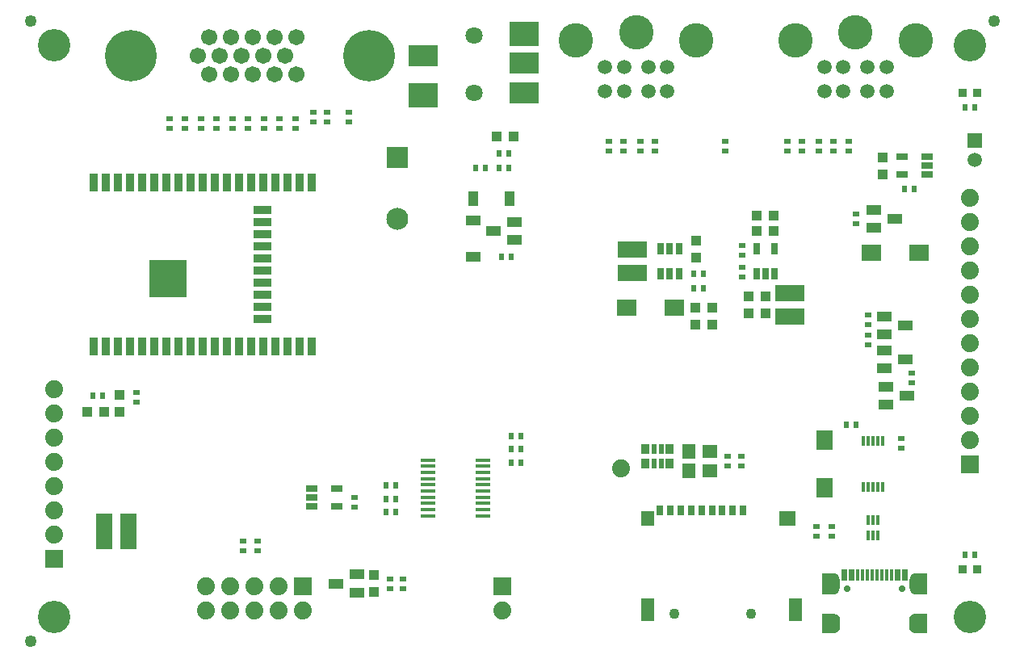
<source format=gbr>
G04 #@! TF.GenerationSoftware,KiCad,Pcbnew,5.1.0-rc2-unknown-036be7d~80~ubuntu16.04.1*
G04 #@! TF.CreationDate,2023-05-31T16:01:49+03:00*
G04 #@! TF.ProjectId,ESP32-SBC-FabGL_Rev_B,45535033-322d-4534-9243-2d466162474c,B*
G04 #@! TF.SameCoordinates,Original*
G04 #@! TF.FileFunction,Soldermask,Top*
G04 #@! TF.FilePolarity,Negative*
%FSLAX46Y46*%
G04 Gerber Fmt 4.6, Leading zero omitted, Abs format (unit mm)*
G04 Created by KiCad (PCBNEW 5.1.0-rc2-unknown-036be7d~80~ubuntu16.04.1) date 2023-05-31 16:01:49*
%MOMM*%
%LPD*%
G04 APERTURE LIST*
%ADD10C,1.801600*%
%ADD11R,3.101599X2.201600*%
%ADD12R,3.101599X2.601600*%
%ADD13C,1.501600*%
%ADD14R,1.501600X1.501600*%
%ADD15R,2.301600X2.301600*%
%ADD16C,2.301600*%
%ADD17R,1.117600X1.117600*%
%ADD18R,0.601600X0.651600*%
%ADD19C,1.879600*%
%ADD20R,0.901600X0.901600*%
%ADD21R,1.801600X2.101600*%
%ADD22R,2.101600X1.801600*%
%ADD23R,1.501600X1.101600*%
%ADD24C,1.254000*%
%ADD25R,3.101600X1.701600*%
%ADD26R,1.371600X1.625600*%
%ADD27C,3.401601*%
%ADD28R,0.700000X1.100000*%
%ADD29R,1.400000X1.600000*%
%ADD30R,1.800000X1.600000*%
%ADD31R,1.400000X2.400000*%
%ADD32C,1.101600*%
%ADD33C,3.601600*%
%ADD34C,1.511600*%
%ADD35R,0.651600X0.601600*%
%ADD36R,0.609600X1.117600*%
%ADD37R,0.863600X1.117600*%
%ADD38R,1.625600X1.371600*%
%ADD39R,1.101600X1.501600*%
%ADD40R,1.501600X0.451600*%
%ADD41R,1.301600X0.651600*%
%ADD42R,0.351600X1.101600*%
%ADD43R,0.651600X1.301600*%
%ADD44C,1.601600*%
%ADD45R,4.001600X4.001600*%
%ADD46R,0.901600X1.901600*%
%ADD47R,1.901600X0.901600*%
%ADD48R,1.879600X1.879600*%
%ADD49C,1.701600*%
%ADD50C,5.401600*%
%ADD51R,1.752600X3.784600*%
%ADD52R,0.401600X1.251600*%
%ADD53O,1.301600X2.301600*%
%ADD54C,0.701600*%
%ADD55O,1.401600X2.101600*%
%ADD56R,0.351600X1.251600*%
%ADD57R,1.201600X2.301600*%
%ADD58R,1.201600X2.101600*%
G04 APERTURE END LIST*
D10*
X148000000Y-57000000D03*
X148000000Y-51000000D03*
D11*
X153300000Y-53900000D03*
X142700000Y-53100000D03*
X153300000Y-57000000D03*
D12*
X142700000Y-57300000D03*
X153300000Y-50800000D03*
D13*
X200538220Y-64000760D03*
D14*
X200535680Y-61971300D03*
D15*
X140000000Y-63750000D03*
D16*
X140000000Y-70250000D03*
D17*
X177673000Y-71501000D03*
X179451000Y-71501000D03*
X171323000Y-74295000D03*
X171323000Y-72517000D03*
X178562000Y-78359000D03*
X178562000Y-80137000D03*
X176784000Y-78359000D03*
X176784000Y-80137000D03*
D18*
X109093000Y-88773000D03*
X108077000Y-88773000D03*
D17*
X110871000Y-90424000D03*
X110871000Y-88646000D03*
D19*
X163449000Y-96393000D03*
D20*
X200762000Y-57000000D03*
X199238000Y-57000000D03*
D21*
X184785000Y-93385000D03*
X184785000Y-98385000D03*
D22*
X189651000Y-73787000D03*
X194651000Y-73787000D03*
D23*
X189900560Y-69281040D03*
X189900560Y-71183500D03*
X192110360Y-70228460D03*
X135727441Y-109407960D03*
X135727441Y-107505500D03*
X133517641Y-108460540D03*
D24*
X101500000Y-114500000D03*
X101500000Y-49500000D03*
X202500000Y-49500000D03*
D25*
X164592000Y-73476000D03*
X164592000Y-75876000D03*
X181102000Y-80448000D03*
X181102000Y-78048000D03*
D26*
X170561000Y-94615000D03*
X170561000Y-96647000D03*
D27*
X104000000Y-112000000D03*
X200000000Y-112000000D03*
X200000000Y-52000000D03*
X104000000Y-52000000D03*
D28*
X167450000Y-100750000D03*
X168550000Y-100750000D03*
X169650000Y-100750000D03*
X170750000Y-100750000D03*
X171850000Y-100750000D03*
X172950000Y-100750000D03*
X174050000Y-100750000D03*
X175150000Y-100750000D03*
X176250000Y-100750000D03*
D29*
X166250000Y-101630000D03*
D30*
X180850000Y-101630000D03*
D31*
X166250000Y-111230000D03*
X181750000Y-111230000D03*
D32*
X177048000Y-111632200D03*
X169047000Y-111632200D03*
D33*
X158700000Y-51500000D03*
X165000000Y-50700000D03*
X171300000Y-51500000D03*
D34*
X163730000Y-56810000D03*
X166270000Y-56810000D03*
X168260000Y-56810000D03*
X161740000Y-56810000D03*
X168260000Y-54270000D03*
X161740000Y-54270000D03*
X166270000Y-54270000D03*
X163730000Y-54270000D03*
D33*
X181700000Y-51500000D03*
X188000000Y-50700000D03*
X194300000Y-51500000D03*
D34*
X186730000Y-56810000D03*
X189270000Y-56810000D03*
X191260000Y-56810000D03*
X184740000Y-56810000D03*
X191260000Y-54270000D03*
X184740000Y-54270000D03*
X189270000Y-54270000D03*
X186730000Y-54270000D03*
D20*
X200762000Y-107000000D03*
X199238000Y-107000000D03*
D18*
X199517000Y-105410000D03*
X200533000Y-105410000D03*
D35*
X188087000Y-70739000D03*
X188087000Y-69723000D03*
D18*
X199517000Y-58547000D03*
X200533000Y-58547000D03*
X194183000Y-67056000D03*
X193167000Y-67056000D03*
D35*
X192786000Y-93218000D03*
X192786000Y-94234000D03*
X176149000Y-76327000D03*
X176149000Y-75311000D03*
X176149000Y-73025000D03*
X176149000Y-74041000D03*
D18*
X139827000Y-98171000D03*
X138811000Y-98171000D03*
X138811000Y-99568000D03*
X139827000Y-99568000D03*
X151892000Y-92964000D03*
X152908000Y-92964000D03*
X152908000Y-94361000D03*
X151892000Y-94361000D03*
D35*
X165481000Y-62103000D03*
X165481000Y-63119000D03*
X163703000Y-62103000D03*
X163703000Y-63119000D03*
X167005000Y-63119000D03*
X167005000Y-62103000D03*
X162179000Y-63119000D03*
X162179000Y-62103000D03*
X140589000Y-107950000D03*
X140589000Y-108966000D03*
X139192000Y-108966000D03*
X139192000Y-107950000D03*
X123825000Y-105029000D03*
X123825000Y-104013000D03*
X184150000Y-62103000D03*
X184150000Y-63119000D03*
X182372000Y-62103000D03*
X182372000Y-63119000D03*
X185674000Y-63119000D03*
X185674000Y-62103000D03*
X180848000Y-63119000D03*
X180848000Y-62103000D03*
X125349000Y-105029000D03*
X125349000Y-104013000D03*
D18*
X150876000Y-74167999D03*
X151892000Y-74167999D03*
X151638000Y-63373000D03*
X150622000Y-63373000D03*
D35*
X132588000Y-60071000D03*
X132588000Y-59055000D03*
D18*
X148209000Y-64897000D03*
X149225000Y-64897000D03*
D36*
X166878000Y-94361000D03*
X167640000Y-94361000D03*
X166878000Y-95885000D03*
X167640000Y-95885000D03*
D37*
X165989000Y-94361000D03*
X165989000Y-95885000D03*
X168529000Y-94361000D03*
X168529000Y-95885000D03*
D35*
X124333000Y-59690000D03*
X124333000Y-60706000D03*
X134874000Y-59055000D03*
X134874000Y-60071000D03*
D18*
X139827000Y-100965000D03*
X138811000Y-100965000D03*
D17*
X190881000Y-65532000D03*
X190881000Y-63754000D03*
D18*
X187071000Y-91821000D03*
X188087000Y-91821000D03*
D17*
X177673000Y-69850000D03*
X179451000Y-69850000D03*
X172974000Y-81280000D03*
X172974000Y-79502000D03*
X171196000Y-81280000D03*
X171196000Y-79502000D03*
D18*
X151892000Y-95758000D03*
X152908000Y-95758000D03*
D35*
X174371000Y-62103000D03*
X174371000Y-63119000D03*
D17*
X107442000Y-90424000D03*
X109220000Y-90424000D03*
X137541000Y-109346999D03*
X137541000Y-107568999D03*
D35*
X187325000Y-63119000D03*
X187325000Y-62103000D03*
D17*
X152146000Y-61595000D03*
X150368000Y-61595000D03*
D18*
X151638000Y-64897000D03*
X150622000Y-64897000D03*
D38*
X172720000Y-94615000D03*
X172720000Y-96647000D03*
D22*
X168997000Y-79502000D03*
X163997000Y-79502000D03*
D23*
X193378000Y-88773000D03*
X191178000Y-89723000D03*
X191178000Y-87823000D03*
X147955000Y-74168000D03*
X147955000Y-70368000D03*
D39*
X151755000Y-68072000D03*
X147955000Y-68072000D03*
D23*
X152237440Y-72450960D03*
X152237440Y-70548500D03*
X150027640Y-71503540D03*
D18*
X171069000Y-77470000D03*
X172085000Y-77470000D03*
D35*
X189357000Y-80264000D03*
X189357000Y-81280000D03*
D18*
X172085000Y-75946000D03*
X171069000Y-75946000D03*
D40*
X148950000Y-101350000D03*
X148950000Y-100700000D03*
X148950000Y-100050000D03*
X148950000Y-99400000D03*
X148950000Y-98750000D03*
X148950000Y-98100000D03*
X148950000Y-97450000D03*
X148950000Y-96800000D03*
X148950000Y-96150000D03*
X148950000Y-95500000D03*
X143150000Y-95500000D03*
X143150000Y-96150000D03*
X143150000Y-96800000D03*
X143150000Y-97450000D03*
X143150000Y-98100000D03*
X143150000Y-98750000D03*
X143150000Y-99400000D03*
X143150000Y-100050000D03*
X143150000Y-100700000D03*
X143150000Y-101350000D03*
D41*
X195483000Y-65593000D03*
X195483000Y-64643000D03*
X195483000Y-63693000D03*
X192883000Y-65593000D03*
X192883000Y-63693000D03*
D42*
X189865000Y-101806000D03*
X189365000Y-101806000D03*
X190365000Y-101806000D03*
X189365000Y-103426000D03*
X189865000Y-103426000D03*
X190365000Y-103426000D03*
X188865000Y-93485000D03*
X189365000Y-93485000D03*
X189865000Y-93485000D03*
X190365000Y-93485000D03*
X190865000Y-93485000D03*
X190865000Y-98285000D03*
X190365000Y-98285000D03*
X189865000Y-98285000D03*
X189365000Y-98285000D03*
X188865000Y-98285000D03*
D43*
X177612001Y-75976000D03*
X178562001Y-75976000D03*
X179512001Y-75976000D03*
X177612001Y-73376000D03*
X179512001Y-73376000D03*
X167579000Y-75976100D03*
X168529000Y-75976100D03*
X169479000Y-75976100D03*
X169479000Y-73375900D03*
X168529000Y-73375900D03*
X167579000Y-73375900D03*
D44*
X115940000Y-76500000D03*
D45*
X115940000Y-76500000D03*
D46*
X108140000Y-66400000D03*
X109410000Y-66400000D03*
X110680000Y-66400000D03*
X111950000Y-66400000D03*
X113220000Y-66400000D03*
X114490000Y-66400000D03*
X115760000Y-66400000D03*
X117030000Y-66400000D03*
X118300000Y-66400000D03*
X119570000Y-66400000D03*
X120840000Y-66400000D03*
X122110000Y-66400000D03*
X123380000Y-66400000D03*
X124650000Y-66400000D03*
D47*
X125800000Y-69285000D03*
X125800000Y-70555000D03*
X125800000Y-71825000D03*
X125800000Y-73095000D03*
X125800000Y-74365000D03*
X125800000Y-75635000D03*
X125800000Y-76905000D03*
X125800000Y-78175000D03*
X125800000Y-79445000D03*
X125800000Y-80715000D03*
D46*
X124650000Y-83600000D03*
X123380000Y-83600000D03*
X122110000Y-83600000D03*
X120840000Y-83600000D03*
X119570000Y-83600000D03*
X118300000Y-83600000D03*
X117030000Y-83600000D03*
X115760000Y-83600000D03*
X114490000Y-83600000D03*
X113220000Y-83600000D03*
X111950000Y-83600000D03*
X110680000Y-83600000D03*
X109410000Y-83600000D03*
X108140000Y-83600000D03*
X129730000Y-83600000D03*
X128460000Y-83600000D03*
X127190000Y-83600000D03*
X125920000Y-83600000D03*
X131000000Y-83600000D03*
X131000000Y-66400000D03*
X125920000Y-66400000D03*
X127190000Y-66400000D03*
X128460000Y-66400000D03*
X129730000Y-66400000D03*
D48*
X130080000Y-108730000D03*
D19*
X130080000Y-111270000D03*
X127540000Y-108730000D03*
X127540000Y-111270000D03*
X125000000Y-108730000D03*
X125000000Y-111270000D03*
X122460000Y-108730000D03*
X122460000Y-111270000D03*
X119920000Y-108730000D03*
X119920000Y-111270000D03*
D35*
X112649000Y-88392000D03*
X112649000Y-89408000D03*
X176022000Y-96139000D03*
X176022000Y-95123000D03*
X174625000Y-96139000D03*
X174625000Y-95123000D03*
X125984000Y-59690000D03*
X125984000Y-60706000D03*
X131191000Y-59055000D03*
X131191000Y-60071000D03*
X119380000Y-59690000D03*
X119380000Y-60706000D03*
D49*
X120220000Y-55090000D03*
X122510000Y-55090000D03*
X124800000Y-55090000D03*
X127090000Y-55090000D03*
X129380000Y-55090000D03*
X119075000Y-53110000D03*
X121365000Y-53110000D03*
X123655000Y-53110000D03*
X125945000Y-53110000D03*
X128235000Y-53110000D03*
X120220000Y-51130000D03*
X122510000Y-51130000D03*
X124800000Y-51130000D03*
X127090000Y-51130000D03*
X129380000Y-51130000D03*
D50*
X136995000Y-53110000D03*
X112005000Y-53110000D03*
D35*
X135509000Y-99441000D03*
X135509000Y-100457000D03*
D48*
X151000000Y-108730000D03*
D19*
X151000000Y-111270000D03*
D41*
X133634000Y-100391000D03*
X133634000Y-98491000D03*
X131034000Y-100391000D03*
X131034000Y-99441000D03*
X131034000Y-98491000D03*
D23*
X191043560Y-80457040D03*
X191043560Y-82359500D03*
X193253360Y-81404460D03*
X193253360Y-84960460D03*
X191043560Y-85915500D03*
X191043560Y-84013040D03*
D35*
X193929000Y-86360000D03*
X193929000Y-87376000D03*
X189357000Y-82423000D03*
X189357000Y-83439000D03*
D19*
X104000000Y-90650000D03*
X104000000Y-88110000D03*
X104000000Y-93190000D03*
X104000000Y-95730000D03*
D48*
X104000000Y-105890000D03*
D19*
X104000000Y-103350000D03*
X104000000Y-100810000D03*
X104000000Y-98270000D03*
X200000000Y-70570000D03*
X200000000Y-68030000D03*
X200000000Y-73110000D03*
X200000000Y-75650000D03*
X200000000Y-80730000D03*
X200000000Y-78190000D03*
X200000000Y-83270000D03*
X200000000Y-85810000D03*
D48*
X200000000Y-95970000D03*
D19*
X200000000Y-93430000D03*
X200000000Y-90890000D03*
X200000000Y-88350000D03*
D51*
X109230000Y-103000000D03*
X111770000Y-103000000D03*
D35*
X183896000Y-102489000D03*
X183896000Y-103505000D03*
X185547000Y-103505000D03*
X185547000Y-102489000D03*
X116078000Y-59690000D03*
X116078000Y-60706000D03*
X117729000Y-60706000D03*
X117729000Y-59690000D03*
X121031000Y-59690000D03*
X121031000Y-60706000D03*
X122682000Y-60706000D03*
X122682000Y-59690000D03*
X127635000Y-59690000D03*
X127635000Y-60706000D03*
X129286000Y-60706000D03*
X129286000Y-59690000D03*
D52*
X193325000Y-107568000D03*
X186675000Y-107568000D03*
X193075000Y-107568000D03*
X186925000Y-107568000D03*
X192525000Y-107568000D03*
X187475000Y-107568000D03*
X192275000Y-107568000D03*
X187725000Y-107568000D03*
D53*
X185680000Y-108470000D03*
D54*
X187110000Y-108970000D03*
D55*
X185680000Y-112650000D03*
X194320000Y-112650000D03*
D53*
X194320000Y-108470000D03*
D56*
X189750000Y-107568000D03*
X190750000Y-107568000D03*
X191250000Y-107568000D03*
X190250000Y-107568000D03*
X191750000Y-107568000D03*
X189250000Y-107568000D03*
X188750000Y-107568000D03*
X188250000Y-107568000D03*
D54*
X192890000Y-108970000D03*
D57*
X185072400Y-108470000D03*
D58*
X185072400Y-112650000D03*
D57*
X194927600Y-108470000D03*
D58*
X194927600Y-112650000D03*
M02*

</source>
